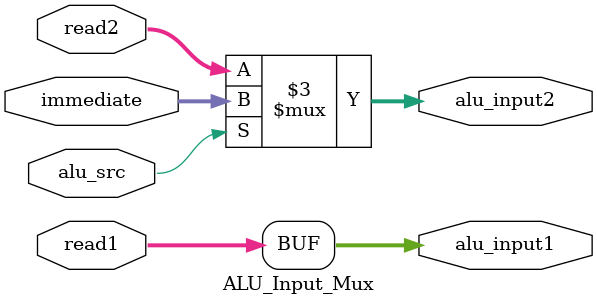
<source format=v>
module ALU_Input_Mux(
    input [31:0] read1,read2, immediate,
    input alu_src,
    output reg [31:0] alu_input1,alu_input2
);
always @(*) begin
        alu_input1 = read1;
        if (alu_src) begin
            alu_input2 = immediate;
        end 
        else begin
            alu_input2 = read2;
        end
    end
endmodule
</source>
